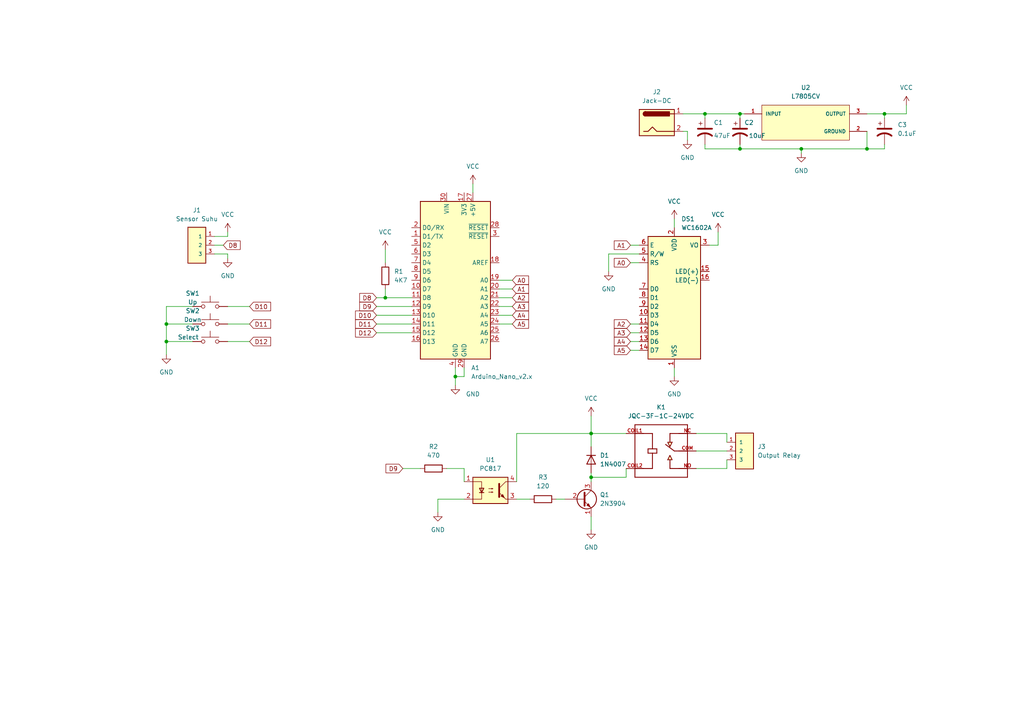
<source format=kicad_sch>
(kicad_sch (version 20211123) (generator eeschema)
  (paper "A4")
  (lib_symbols
    (symbol "282834-3:282834-3" (pin_names (offset 1.016))
      (property "Reference" "J" (at -2.794 5.588 0))
      (property "Value" "282834-3" (at -2.794 -6.604 0))
      (symbol "282834-3_0_0"
        (rectangle (start -2.6416 -5.207) (end 2.54 5.207) (stroke (width 0.254)) (fill (type background)))
        (pin passive line (at 5.08 2.54 180) (length 2.54) (name "1") (number "1"))
        (pin passive line (at 5.08 0 180) (length 2.54) (name "2") (number "2"))
        (pin passive line (at 5.08 -2.54 180) (length 2.54) (name "3") (number "3"))
      )
    )
    (symbol "Connector:Jack-DC" (pin_names (offset 1.016))
      (property "Reference" "J" (at 0 5.334 0))
      (property "Value" "Jack-DC" (at 0 -5.08 0))
      (symbol "Jack-DC_0_1"
        (rectangle (start -5.08 3.81) (end 5.08 -3.81) (stroke (width 0.254)) (fill (type background)))
        (arc (start -3.302 3.175) (mid -3.937 2.54) (end -3.302 1.905) (stroke (width 0.254)))
        (arc (start -3.302 3.175) (mid -3.937 2.54) (end -3.302 1.905) (stroke (width 0.254)) (fill (type outline)))
        (polyline (pts (xy 5.08 2.54) (xy 3.81 2.54)) (stroke (width 0.254)))
        (polyline (pts (xy -3.81 -2.54) (xy -2.54 -2.54) (xy -1.27 -1.27) (xy 0 -2.54) (xy 2.54 -2.54) (xy 5.08 -2.54)) (stroke (width 0.254)))
        (rectangle (start 3.683 3.175) (end -3.302 1.905) (stroke (width 0.254)) (fill (type outline)))
      )
      (symbol "Jack-DC_1_1"
        (pin passive line (at 7.62 2.54 180) (length 2.54) (name "~") (number "1"))
        (pin passive line (at 7.62 -2.54 180) (length 2.54) (name "~") (number "2"))
      )
    )
    (symbol "Device:C_Polarized_US" (pin_numbers hide) (pin_names (offset 0.254) hide)
      (property "Reference" "C" (at 0.635 2.54 0))
      (property "Value" "C_Polarized_US" (at 0.635 -2.54 0))
      (symbol "C_Polarized_US_0_1"
        (polyline (pts (xy -2.032 0.762) (xy 2.032 0.762)) (stroke (width 0.508)))
        (polyline (pts (xy -1.778 2.286) (xy -0.762 2.286)))
        (polyline (pts (xy -1.27 1.778) (xy -1.27 2.794)))
        (arc (start 2.032 -1.27) (mid 0 -0.5572) (end -2.032 -1.27) (stroke (width 0.508)))
      )
      (symbol "C_Polarized_US_1_1"
        (pin passive line (at 0 3.81 270) (length 2.794) (name "~") (number "1"))
        (pin passive line (at 0 -3.81 90) (length 3.302) (name "~") (number "2"))
      )
    )
    (symbol "Device:R" (pin_numbers hide) (pin_names (offset 0))
      (property "Reference" "R" (at 2.032 0 90))
      (property "Value" "R" (at 0 0 90))
      (symbol "R_0_1"
        (rectangle (start -1.016 -2.54) (end 1.016 2.54) (stroke (width 0.254)))
      )
      (symbol "R_1_1"
        (pin passive line (at 0 3.81 270) (length 1.27) (name "~") (number "1"))
        (pin passive line (at 0 -3.81 90) (length 1.27) (name "~") (number "2"))
      )
    )
    (symbol "Diode:1N4007" (pin_numbers hide) (pin_names (offset 1.016) hide)
      (property "Reference" "D" (at 0 2.54 0))
      (property "Value" "1N4007" (at 0 -2.54 0))
      (symbol "1N4007_0_1"
        (polyline (pts (xy -1.27 1.27) (xy -1.27 -1.27)) (stroke (width 0.254)))
        (polyline (pts (xy 1.27 0) (xy -1.27 0)))
        (polyline (pts (xy 1.27 1.27) (xy 1.27 -1.27) (xy -1.27 0) (xy 1.27 1.27)) (stroke (width 0.254)))
      )
      (symbol "1N4007_1_1"
        (pin passive line (at -3.81 0 0) (length 2.54) (name "K") (number "1"))
        (pin passive line (at 3.81 0 180) (length 2.54) (name "A") (number "2"))
      )
    )
    (symbol "Display_Character:WC1602A"
      (property "Reference" "DS" (at -5.842 19.05 0))
      (property "Value" "WC1602A" (at 5.334 19.05 0))
      (symbol "WC1602A_1_1"
        (rectangle (start -7.62 17.78) (end 7.62 -17.78) (stroke (width 0.254)) (fill (type background)))
        (pin power_in line (at 0 -20.32 90) (length 2.54) (name "VSS") (number "1"))
        (pin input line (at -10.16 -5.08 0) (length 2.54) (name "D3") (number "10"))
        (pin input line (at -10.16 -7.62 0) (length 2.54) (name "D4") (number "11"))
        (pin input line (at -10.16 -10.16 0) (length 2.54) (name "D5") (number "12"))
        (pin input line (at -10.16 -12.7 0) (length 2.54) (name "D6") (number "13"))
        (pin input line (at -10.16 -15.24 0) (length 2.54) (name "D7") (number "14"))
        (pin power_in line (at 10.16 7.62 180) (length 2.54) (name "LED(+)") (number "15"))
        (pin power_in line (at 10.16 5.08 180) (length 2.54) (name "LED(-)") (number "16"))
        (pin power_in line (at 0 20.32 270) (length 2.54) (name "VDD") (number "2"))
        (pin input line (at 10.16 15.24 180) (length 2.54) (name "VO") (number "3"))
        (pin input line (at -10.16 10.16 0) (length 2.54) (name "RS") (number "4"))
        (pin input line (at -10.16 12.7 0) (length 2.54) (name "R/W") (number "5"))
        (pin input line (at -10.16 15.24 0) (length 2.54) (name "E") (number "6"))
        (pin input line (at -10.16 2.54 0) (length 2.54) (name "D0") (number "7"))
        (pin input line (at -10.16 0 0) (length 2.54) (name "D1") (number "8"))
        (pin input line (at -10.16 -2.54 0) (length 2.54) (name "D2") (number "9"))
      )
    )
    (symbol "Isolator:PC817" (pin_names (offset 1.016))
      (property "Reference" "U" (at -5.08 5.08 0))
      (property "Value" "PC817" (at 0 5.08 0))
      (symbol "PC817_0_1"
        (rectangle (start -5.08 3.81) (end 5.08 -3.81) (stroke (width 0.254)) (fill (type background)))
        (polyline (pts (xy -3.175 -0.635) (xy -1.905 -0.635)) (stroke (width 0.254)))
        (polyline (pts (xy 2.54 0.635) (xy 4.445 2.54)))
        (polyline (pts (xy 4.445 -2.54) (xy 2.54 -0.635)) (fill (type outline)))
        (polyline (pts (xy 4.445 -2.54) (xy 5.08 -2.54)))
        (polyline (pts (xy 4.445 2.54) (xy 5.08 2.54)))
        (polyline (pts (xy -5.08 2.54) (xy -2.54 2.54) (xy -2.54 -0.635)))
        (polyline (pts (xy -2.54 -0.635) (xy -2.54 -2.54) (xy -5.08 -2.54)))
        (polyline (pts (xy 2.54 1.905) (xy 2.54 -1.905) (xy 2.54 -1.905)) (stroke (width 0.508)))
        (polyline (pts (xy -2.54 -0.635) (xy -3.175 0.635) (xy -1.905 0.635) (xy -2.54 -0.635)) (stroke (width 0.254)))
        (polyline (pts (xy -0.508 -0.508) (xy 0.762 -0.508) (xy 0.381 -0.635) (xy 0.381 -0.381) (xy 0.762 -0.508)))
        (polyline (pts (xy -0.508 0.508) (xy 0.762 0.508) (xy 0.381 0.381) (xy 0.381 0.635) (xy 0.762 0.508)))
        (polyline (pts (xy 3.048 -1.651) (xy 3.556 -1.143) (xy 4.064 -2.159) (xy 3.048 -1.651) (xy 3.048 -1.651)) (fill (type outline)))
      )
      (symbol "PC817_1_1"
        (pin passive line (at -7.62 2.54 0) (length 2.54) (name "~") (number "1"))
        (pin passive line (at -7.62 -2.54 0) (length 2.54) (name "~") (number "2"))
        (pin passive line (at 7.62 -2.54 180) (length 2.54) (name "~") (number "3"))
        (pin passive line (at 7.62 2.54 180) (length 2.54) (name "~") (number "4"))
      )
    )
    (symbol "JQC-3F-1C-24VDC:JQC-3F-1C-24VDC" (pin_names (offset 1.016) hide)
      (property "Reference" "K" (at -7.62 8.89 0))
      (property "Value" "JQC-3F-1C-24VDC" (at -7.62 -10.16 0))
      (symbol "JQC-3F-1C-24VDC_0_0"
        (polyline (pts (xy -7.62 -7.62) (xy 7.62 -7.62)) (stroke (width 0.254)))
        (polyline (pts (xy -7.62 -5.08) (xy -2.54 -5.08)) (stroke (width 0.254)))
        (polyline (pts (xy -7.62 5.08) (xy -2.54 5.08)) (stroke (width 0.254)))
        (polyline (pts (xy -7.62 7.62) (xy -7.62 -7.62)) (stroke (width 0.254)))
        (polyline (pts (xy -3.81 -0.635) (xy -3.81 0.635)) (stroke (width 0.254)))
        (polyline (pts (xy -3.81 0.635) (xy -2.54 0.635)) (stroke (width 0.254)))
        (polyline (pts (xy -2.54 -0.635) (xy -3.81 -0.635)) (stroke (width 0.254)))
        (polyline (pts (xy -2.54 -0.635) (xy -2.54 -5.08)) (stroke (width 0.254)))
        (polyline (pts (xy -2.54 0.635) (xy -1.27 0.635)) (stroke (width 0.254)))
        (polyline (pts (xy -2.54 5.08) (xy -2.54 0.635)) (stroke (width 0.254)))
        (polyline (pts (xy -1.27 -0.635) (xy -2.54 -0.635)) (stroke (width 0.254)))
        (polyline (pts (xy -1.27 0.635) (xy -1.27 -0.635)) (stroke (width 0.254)))
        (polyline (pts (xy 2.54 -5.08) (xy 2.54 -2.54)) (stroke (width 0.254)))
        (polyline (pts (xy 2.54 5.08) (xy 2.54 2.54)) (stroke (width 0.254)))
        (polyline (pts (xy 2.54 5.08) (xy 7.62 5.08)) (stroke (width 0.254)))
        (polyline (pts (xy 3.81 0) (xy 1.27 1.905)) (stroke (width 0.254)))
        (polyline (pts (xy 7.62 -7.62) (xy 7.62 5.08)) (stroke (width 0.254)))
        (polyline (pts (xy 7.62 -5.08) (xy 2.54 -5.08)) (stroke (width 0.254)))
        (polyline (pts (xy 7.62 0) (xy 3.81 0)) (stroke (width 0.254)))
        (polyline (pts (xy 7.62 5.08) (xy 7.62 7.62)) (stroke (width 0.254)))
        (polyline (pts (xy 7.62 7.62) (xy -7.62 7.62)) (stroke (width 0.254)))
        (polyline (pts (xy 1.905 -2.54) (xy 3.175 -2.54) (xy 2.54 -1.27) (xy 1.905 -2.54)) (stroke (width 0.254)) (fill (type background)))
        (polyline (pts (xy 3.175 2.54) (xy 1.905 2.54) (xy 2.54 1.27) (xy 3.175 2.54)) (stroke (width 0.254)) (fill (type background)))
        (pin passive line (at -10.16 5.08 0) (length 5.08) (name "~") (number "COIL1"))
        (pin passive line (at -10.16 -5.08 0) (length 5.08) (name "~") (number "COIL2"))
        (pin passive line (at 10.16 0 180) (length 5.08) (name "~") (number "COM"))
        (pin passive line (at 10.16 5.08 180) (length 5.08) (name "~") (number "NC"))
        (pin passive line (at 10.16 -5.08 180) (length 5.08) (name "~") (number "NO"))
      )
    )
    (symbol "L7805CV:L7805CV" (pin_names (offset 1.016))
      (property "Reference" "U" (at -12.7 5.842 0))
      (property "Value" "L7805CV" (at -12.7 -7.62 0))
      (symbol "L7805CV_0_0"
        (rectangle (start -12.7 -5.08) (end 12.7 5.08) (stroke (width 0.1524)) (fill (type background)))
        (pin input line (at -17.78 2.54 0) (length 5.08) (name "INPUT") (number "1"))
        (pin power_in line (at 17.78 -2.54 180) (length 5.08) (name "GROUND") (number "2"))
        (pin output line (at 17.78 2.54 180) (length 5.08) (name "OUTPUT") (number "3"))
      )
    )
    (symbol "MCU_Module:Arduino_Nano_v2.x"
      (property "Reference" "A" (at -10.16 23.495 0))
      (property "Value" "Arduino_Nano_v2.x" (at 5.08 -24.13 0))
      (symbol "Arduino_Nano_v2.x_0_1"
        (rectangle (start -10.16 22.86) (end 10.16 -22.86) (stroke (width 0.254)) (fill (type background)))
      )
      (symbol "Arduino_Nano_v2.x_1_1"
        (pin bidirectional line (at -12.7 12.7 0) (length 2.54) (name "D1/TX") (number "1"))
        (pin bidirectional line (at -12.7 -2.54 0) (length 2.54) (name "D7") (number "10"))
        (pin bidirectional line (at -12.7 -5.08 0) (length 2.54) (name "D8") (number "11"))
        (pin bidirectional line (at -12.7 -7.62 0) (length 2.54) (name "D9") (number "12"))
        (pin bidirectional line (at -12.7 -10.16 0) (length 2.54) (name "D10") (number "13"))
        (pin bidirectional line (at -12.7 -12.7 0) (length 2.54) (name "D11") (number "14"))
        (pin bidirectional line (at -12.7 -15.24 0) (length 2.54) (name "D12") (number "15"))
        (pin bidirectional line (at -12.7 -17.78 0) (length 2.54) (name "D13") (number "16"))
        (pin power_out line (at 2.54 25.4 270) (length 2.54) (name "3V3") (number "17"))
        (pin input line (at 12.7 5.08 180) (length 2.54) (name "AREF") (number "18"))
        (pin bidirectional line (at 12.7 0 180) (length 2.54) (name "A0") (number "19"))
        (pin bidirectional line (at -12.7 15.24 0) (length 2.54) (name "D0/RX") (number "2"))
        (pin bidirectional line (at 12.7 -2.54 180) (length 2.54) (name "A1") (number "20"))
        (pin bidirectional line (at 12.7 -5.08 180) (length 2.54) (name "A2") (number "21"))
        (pin bidirectional line (at 12.7 -7.62 180) (length 2.54) (name "A3") (number "22"))
        (pin bidirectional line (at 12.7 -10.16 180) (length 2.54) (name "A4") (number "23"))
        (pin bidirectional line (at 12.7 -12.7 180) (length 2.54) (name "A5") (number "24"))
        (pin bidirectional line (at 12.7 -15.24 180) (length 2.54) (name "A6") (number "25"))
        (pin bidirectional line (at 12.7 -17.78 180) (length 2.54) (name "A7") (number "26"))
        (pin power_out line (at 5.08 25.4 270) (length 2.54) (name "+5V") (number "27"))
        (pin input line (at 12.7 15.24 180) (length 2.54) (name "~{RESET}") (number "28"))
        (pin power_in line (at 2.54 -25.4 90) (length 2.54) (name "GND") (number "29"))
        (pin input line (at 12.7 12.7 180) (length 2.54) (name "~{RESET}") (number "3"))
        (pin power_in line (at -2.54 25.4 270) (length 2.54) (name "VIN") (number "30"))
        (pin power_in line (at 0 -25.4 90) (length 2.54) (name "GND") (number "4"))
        (pin bidirectional line (at -12.7 10.16 0) (length 2.54) (name "D2") (number "5"))
        (pin bidirectional line (at -12.7 7.62 0) (length 2.54) (name "D3") (number "6"))
        (pin bidirectional line (at -12.7 5.08 0) (length 2.54) (name "D4") (number "7"))
        (pin bidirectional line (at -12.7 2.54 0) (length 2.54) (name "D5") (number "8"))
        (pin bidirectional line (at -12.7 0 0) (length 2.54) (name "D6") (number "9"))
      )
    )
    (symbol "Switch:SW_Push" (pin_numbers hide) (pin_names (offset 1.016) hide)
      (property "Reference" "SW" (at 1.27 2.54 0))
      (property "Value" "SW_Push" (at 0 -1.524 0))
      (symbol "SW_Push_0_1"
        (circle (center -2.032 0) (radius 0.508))
        (polyline (pts (xy 0 1.27) (xy 0 3.048)))
        (polyline (pts (xy 2.54 1.27) (xy -2.54 1.27)))
        (circle (center 2.032 0) (radius 0.508))
        (pin passive line (at -5.08 0 0) (length 2.54) (name "1") (number "1"))
        (pin passive line (at 5.08 0 180) (length 2.54) (name "2") (number "2"))
      )
    )
    (symbol "Transistor_BJT:2N3904" (pin_names (offset 0) hide)
      (property "Reference" "Q" (at 5.08 1.905 0))
      (property "Value" "2N3904" (at 5.08 0 0))
      (symbol "2N3904_0_1"
        (polyline (pts (xy 0.635 0.635) (xy 2.54 2.54)))
        (polyline (pts (xy 0.635 -0.635) (xy 2.54 -2.54) (xy 2.54 -2.54)))
        (polyline (pts (xy 0.635 1.905) (xy 0.635 -1.905) (xy 0.635 -1.905)) (stroke (width 0.508)))
        (polyline (pts (xy 1.27 -1.778) (xy 1.778 -1.27) (xy 2.286 -2.286) (xy 1.27 -1.778) (xy 1.27 -1.778)) (fill (type outline)))
        (circle (center 1.27 0) (radius 2.8194) (stroke (width 0.254)))
      )
      (symbol "2N3904_1_1"
        (pin passive line (at 2.54 -5.08 90) (length 2.54) (name "E") (number "1"))
        (pin passive line (at -5.08 0 0) (length 5.715) (name "B") (number "2"))
        (pin passive line (at 2.54 5.08 270) (length 2.54) (name "C") (number "3"))
      )
    )
    (symbol "power:GND" (power) (pin_names (offset 0))
      (property "Value" "GND" (at 0 -3.81 0))
      (symbol "GND_0_1"
        (polyline (pts (xy 0 0) (xy 0 -1.27) (xy 1.27 -1.27) (xy 0 -2.54) (xy -1.27 -1.27) (xy 0 -1.27)))
      )
      (symbol "GND_1_1"
        (pin power_in line (at 0 0 270) (length 0) hide (name "GND") (number "1"))
      )
    )
    (symbol "power:VCC" (power) (pin_names (offset 0))
      (property "Value" "VCC" (at 0 3.81 0))
      (symbol "VCC_0_1"
        (polyline (pts (xy -0.762 1.27) (xy 0 2.54)))
        (polyline (pts (xy 0 0) (xy 0 2.54)))
        (polyline (pts (xy 0 2.54) (xy 0.762 1.27)))
      )
      (symbol "VCC_1_1"
        (pin power_in line (at 0 0 90) (length 0) hide (name "VCC") (number "1"))
      )
    )
  )
  (junction (at 214.63 33.02))
  (junction (at 204.47 33.02))
  (junction (at 171.45 138.43))
  (junction (at 171.45 125.73))
  (junction (at 111.76 86.36))
  (junction (at 232.41 43.18))
  (junction (at 214.63 43.18))
  (junction (at 251.46 43.18))
  (junction (at 132.08 109.22))
  (junction (at 256.54 33.02))
  (junction (at 48.26 99.06))
  (junction (at 48.26 93.98))
  (wire (pts (xy 109.22 96.52) (xy 119.38 96.52)))
  (wire (pts (xy 205.74 71.12) (xy 208.28 71.12)))
  (wire (pts (xy 182.88 99.06) (xy 185.42 99.06)))
  (wire (pts (xy 181.61 125.73) (xy 171.45 125.73)))
  (wire (pts (xy 109.22 91.44) (xy 119.38 91.44)))
  (wire (pts (xy 214.63 43.18) (xy 232.41 43.18)))
  (wire (pts (xy 204.47 41.91) (xy 204.47 43.18)))
  (wire (pts (xy 129.54 135.89) (xy 134.62 135.89)))
  (wire (pts (xy 144.78 91.44) (xy 148.59 91.44)))
  (wire (pts (xy 111.76 83.82) (xy 111.76 86.36)))
  (wire (pts (xy 109.22 86.36) (xy 111.76 86.36)))
  (wire (pts (xy 171.45 125.73) (xy 171.45 129.54)))
  (wire (pts (xy 195.58 63.5) (xy 195.58 66.04)))
  (wire (pts (xy 182.88 96.52) (xy 185.42 96.52)))
  (wire (pts (xy 55.88 88.9) (xy 48.26 88.9)))
  (wire (pts (xy 134.62 135.89) (xy 134.62 139.7)))
  (wire (pts (xy 144.78 83.82) (xy 148.59 83.82)))
  (wire (pts (xy 62.23 73.66) (xy 66.04 73.66)))
  (wire (pts (xy 66.04 73.66) (xy 66.04 74.93)))
  (wire (pts (xy 132.08 106.68) (xy 132.08 109.22)))
  (wire (pts (xy 251.46 43.18) (xy 232.41 43.18)))
  (wire (pts (xy 214.63 33.02) (xy 214.63 34.29)))
  (wire (pts (xy 134.62 109.22) (xy 132.08 109.22)))
  (wire (pts (xy 171.45 137.16) (xy 171.45 138.43)))
  (wire (pts (xy 176.53 73.66) (xy 176.53 78.74)))
  (wire (pts (xy 182.88 76.2) (xy 185.42 76.2)))
  (wire (pts (xy 137.16 53.34) (xy 137.16 55.88)))
  (wire (pts (xy 62.23 71.12) (xy 64.77 71.12)))
  (wire (pts (xy 66.04 93.98) (xy 72.39 93.98)))
  (wire (pts (xy 144.78 88.9) (xy 148.59 88.9)))
  (wire (pts (xy 262.89 33.02) (xy 262.89 30.48)))
  (wire (pts (xy 66.04 99.06) (xy 72.39 99.06)))
  (wire (pts (xy 182.88 101.6) (xy 185.42 101.6)))
  (wire (pts (xy 66.04 88.9) (xy 72.39 88.9)))
  (wire (pts (xy 149.86 139.7) (xy 149.86 125.73)))
  (wire (pts (xy 134.62 106.68) (xy 134.62 109.22)))
  (wire (pts (xy 161.29 144.78) (xy 163.83 144.78)))
  (wire (pts (xy 132.08 109.22) (xy 132.08 111.76)))
  (wire (pts (xy 198.12 33.02) (xy 204.47 33.02)))
  (wire (pts (xy 48.26 93.98) (xy 48.26 99.06)))
  (wire (pts (xy 256.54 43.18) (xy 251.46 43.18)))
  (wire (pts (xy 210.82 135.89) (xy 210.82 133.35)))
  (wire (pts (xy 214.63 41.91) (xy 214.63 43.18)))
  (wire (pts (xy 199.39 38.1) (xy 199.39 40.64)))
  (wire (pts (xy 171.45 149.86) (xy 171.45 153.67)))
  (wire (pts (xy 48.26 88.9) (xy 48.26 93.98)))
  (wire (pts (xy 182.88 93.98) (xy 185.42 93.98)))
  (wire (pts (xy 214.63 33.02) (xy 215.9 33.02)))
  (wire (pts (xy 48.26 93.98) (xy 55.88 93.98)))
  (wire (pts (xy 185.42 73.66) (xy 176.53 73.66)))
  (wire (pts (xy 171.45 138.43) (xy 171.45 139.7)))
  (wire (pts (xy 201.93 130.81) (xy 210.82 130.81)))
  (wire (pts (xy 111.76 72.39) (xy 111.76 76.2)))
  (wire (pts (xy 256.54 41.91) (xy 256.54 43.18)))
  (wire (pts (xy 251.46 38.1) (xy 251.46 43.18)))
  (wire (pts (xy 232.41 43.18) (xy 232.41 44.45)))
  (wire (pts (xy 127 144.78) (xy 127 148.59)))
  (wire (pts (xy 198.12 38.1) (xy 199.39 38.1)))
  (wire (pts (xy 66.04 68.58) (xy 66.04 67.31)))
  (wire (pts (xy 149.86 125.73) (xy 171.45 125.73)))
  (wire (pts (xy 171.45 138.43) (xy 181.61 138.43)))
  (wire (pts (xy 134.62 144.78) (xy 127 144.78)))
  (wire (pts (xy 256.54 33.02) (xy 256.54 34.29)))
  (wire (pts (xy 62.23 68.58) (xy 66.04 68.58)))
  (wire (pts (xy 109.22 88.9) (xy 119.38 88.9)))
  (wire (pts (xy 149.86 144.78) (xy 153.67 144.78)))
  (wire (pts (xy 182.88 71.12) (xy 185.42 71.12)))
  (wire (pts (xy 109.22 93.98) (xy 119.38 93.98)))
  (wire (pts (xy 201.93 125.73) (xy 210.82 125.73)))
  (wire (pts (xy 144.78 86.36) (xy 148.59 86.36)))
  (wire (pts (xy 171.45 120.65) (xy 171.45 125.73)))
  (wire (pts (xy 204.47 33.02) (xy 204.47 34.29)))
  (wire (pts (xy 144.78 93.98) (xy 148.59 93.98)))
  (wire (pts (xy 208.28 71.12) (xy 208.28 67.31)))
  (wire (pts (xy 204.47 33.02) (xy 214.63 33.02)))
  (wire (pts (xy 144.78 81.28) (xy 148.59 81.28)))
  (wire (pts (xy 111.76 86.36) (xy 119.38 86.36)))
  (wire (pts (xy 251.46 33.02) (xy 256.54 33.02)))
  (wire (pts (xy 181.61 135.89) (xy 181.61 138.43)))
  (wire (pts (xy 204.47 43.18) (xy 214.63 43.18)))
  (wire (pts (xy 210.82 125.73) (xy 210.82 128.27)))
  (wire (pts (xy 116.84 135.89) (xy 121.92 135.89)))
  (wire (pts (xy 195.58 106.68) (xy 195.58 109.22)))
  (wire (pts (xy 48.26 99.06) (xy 55.88 99.06)))
  (wire (pts (xy 256.54 33.02) (xy 262.89 33.02)))
  (wire (pts (xy 48.26 99.06) (xy 48.26 102.87)))
  (wire (pts (xy 201.93 135.89) (xy 210.82 135.89)))
  (global_label "D8" (shape input) (at 109.22 86.36 180) (property "Intersheet References" "${INTERSHEET_REFS}" (effects hide)))
  (global_label "D9" (shape input) (at 116.84 135.89 180) (property "Intersheet References" "${INTERSHEET_REFS}" (effects hide)))
  (global_label "D9" (shape input) (at 109.22 88.9 180) (property "Intersheet References" "${INTERSHEET_REFS}" (effects hide)))
  (global_label "D12" (shape input) (at 72.39 99.06 0) (property "Intersheet References" "${INTERSHEET_REFS}" (effects hide)))
  (global_label "D10" (shape input) (at 72.39 88.9 0) (property "Intersheet References" "${INTERSHEET_REFS}" (effects hide)))
  (global_label "A3" (shape input) (at 182.88 96.52 180) (property "Intersheet References" "${INTERSHEET_REFS}" (effects hide)))
  (global_label "D10" (shape input) (at 109.22 91.44 180) (property "Intersheet References" "${INTERSHEET_REFS}" (effects hide)))
  (global_label "A2" (shape input) (at 182.88 93.98 180) (property "Intersheet References" "${INTERSHEET_REFS}" (effects hide)))
  (global_label "A4" (shape input) (at 148.59 91.44 0) (property "Intersheet References" "${INTERSHEET_REFS}" (effects hide)))
  (global_label "D11" (shape input) (at 72.39 93.98 0) (property "Intersheet References" "${INTERSHEET_REFS}" (effects hide)))
  (global_label "D8" (shape input) (at 64.77 71.12 0) (property "Intersheet References" "${INTERSHEET_REFS}" (effects hide)))
  (global_label "A0" (shape input) (at 182.88 76.2 180) (property "Intersheet References" "${INTERSHEET_REFS}" (effects hide)))
  (global_label "A2" (shape input) (at 148.59 86.36 0) (property "Intersheet References" "${INTERSHEET_REFS}" (effects hide)))
  (global_label "A1" (shape input) (at 182.88 71.12 180) (property "Intersheet References" "${INTERSHEET_REFS}" (effects hide)))
  (global_label "A3" (shape input) (at 148.59 88.9 0) (property "Intersheet References" "${INTERSHEET_REFS}" (effects hide)))
  (global_label "A1" (shape input) (at 148.59 83.82 0) (property "Intersheet References" "${INTERSHEET_REFS}" (effects hide)))
  (global_label "A5" (shape input) (at 148.59 93.98 0) (property "Intersheet References" "${INTERSHEET_REFS}" (effects hide)))
  (global_label "D12" (shape input) (at 109.22 96.52 180) (property "Intersheet References" "${INTERSHEET_REFS}" (effects hide)))
  (global_label "A4" (shape input) (at 182.88 99.06 180) (property "Intersheet References" "${INTERSHEET_REFS}" (effects hide)))
  (global_label "A5" (shape input) (at 182.88 101.6 180) (property "Intersheet References" "${INTERSHEET_REFS}" (effects hide)))
  (global_label "D11" (shape input) (at 109.22 93.98 180) (property "Intersheet References" "${INTERSHEET_REFS}" (effects hide)))
  (global_label "A0" (shape input) (at 148.59 81.28 0) (property "Intersheet References" "${INTERSHEET_REFS}" (effects hide)))
  (symbol (lib_id "Device:C_Polarized_US") (at 214.63 38.1 0) (unit 1)
    (property "Reference" "C2" (at 215.9 35.56 0) (effects (justify left)))
    (property "Value" "10uF" (at 217.17 39.37 0) (effects (justify left)))
    (property "Footprint" "Capacitor_THT:CP_Radial_D5.0mm_P2.50mm" (effects hide))
  )
  (symbol (lib_id "power:GND") (at 48.26 102.87 0) (unit 1)
    (property "Reference" "#PWR0105" (effects hide))
    (property "Value" "GND" (at 48.26 107.95 0))
  )
  (symbol (lib_id "power:VCC") (at 137.16 53.34 0) (unit 1)
    (property "Reference" "#PWR0102" (effects hide))
    (property "Value" "VCC" (at 137.16 48.26 0))
  )
  (symbol (lib_id "power:GND") (at 66.04 74.93 0) (unit 1)
    (property "Reference" "#PWR0106" (effects hide))
    (property "Value" "GND" (at 66.04 80.01 0))
  )
  (symbol (lib_id "power:GND") (at 232.41 44.45 0) (unit 1)
    (property "Reference" "#PWR0114" (effects hide))
    (property "Value" "GND" (at 232.41 49.53 0))
  )
  (symbol (lib_id "Switch:SW_Push") (at 60.96 93.98 0) (unit 1)
    (property "Reference" "SW2" (at 55.88 90.17 0))
    (property "Value" "Down" (at 55.88 92.71 0))
    (property "Footprint" "Button_Switch_THT:SW_PUSH_6mm" (effects hide))
  )
  (symbol (lib_id "power:GND") (at 199.39 40.64 0) (unit 1)
    (property "Reference" "#PWR0116" (effects hide))
    (property "Value" "GND" (at 199.39 45.72 0))
  )
  (symbol (lib_id "Device:C_Polarized_US") (at 204.47 38.1 0) (unit 1)
    (property "Reference" "C1" (at 207.01 35.56 0) (effects (justify left)))
    (property "Value" "47uF" (at 207.01 39.37 0) (effects (justify left)))
    (property "Footprint" "Capacitor_THT:CP_Radial_D5.0mm_P2.50mm" (effects hide))
  )
  (symbol (lib_id "Device:R") (at 125.73 135.89 270) (unit 1)
    (property "Reference" "R2" (at 125.73 129.54 90))
    (property "Value" "470" (at 125.73 132.08 90))
    (property "Footprint" "Resistor_THT:R_Axial_DIN0204_L3.6mm_D1.6mm_P7.62mm_Horizontal" (effects hide))
  )
  (symbol (lib_id "L7805CV:L7805CV") (at 233.68 35.56 0) (unit 1)
    (property "Reference" "U2" (at 233.68 25.4 0))
    (property "Value" "L7805CV" (at 233.68 27.94 0))
    (property "Footprint" "L7805CV:TO255P1040X460X1968-3" (effects hide))
    (property "STANDARD" "IPC-7351B" (effects hide))
    (property "PARTREV" "36" (effects hide))
    (property "MANUFACTURER" "STMicroelectronics" (effects hide))
  )
  (symbol (lib_id "power:VCC") (at 171.45 120.65 0) (unit 1)
    (property "Reference" "#PWR0111" (effects hide))
    (property "Value" "VCC" (at 171.45 115.57 0))
  )
  (symbol (lib_id "power:VCC") (at 111.76 72.39 0) (unit 1)
    (property "Reference" "#PWR0104" (effects hide))
    (property "Value" "VCC" (at 111.76 67.31 0))
  )
  (symbol (lib_id "282834-3:282834-3") (at 57.15 71.12 0) (unit 1)
    (property "Reference" "J1" (at 57.0992 60.96 0))
    (property "Value" "Sensor Suhu" (at 57.0992 63.5 0))
    (property "Footprint" "282834-3:TE_282834-3" (effects hide))
    (property "Comment" "282834-3" (effects hide))
    (property "EU_RoHS_Compliance" "Compliant with Exemptions" (effects hide))
  )
  (symbol (lib_id "Device:C_Polarized_US") (at 256.54 38.1 0) (unit 1)
    (property "Reference" "C3" (at 260.35 36.1949 0) (effects (justify left)))
    (property "Value" "0.1uF" (at 260.35 38.7349 0) (effects (justify left)))
    (property "Footprint" "Capacitor_THT:CP_Radial_D5.0mm_P2.50mm" (effects hide))
  )
  (symbol (lib_id "Switch:SW_Push") (at 60.96 99.06 0) (unit 1)
    (property "Reference" "SW3" (at 55.88 95.25 0))
    (property "Value" "Select" (at 54.61 97.79 0))
    (property "Footprint" "Button_Switch_THT:SW_PUSH_6mm" (effects hide))
  )
  (symbol (lib_id "power:GND") (at 132.08 111.76 0) (unit 1)
    (property "Reference" "#PWR0103" (effects hide))
    (property "Value" "GND" (at 137.16 114.3 0))
  )
  (symbol (lib_id "Transistor_BJT:2N3904") (at 168.91 144.78 0) (unit 1)
    (property "Reference" "Q1" (at 173.99 143.5099 0) (effects (justify left)))
    (property "Value" "2N3904" (at 173.99 146.0499 0) (effects (justify left)))
    (property "Footprint" "Package_TO_SOT_THT:TO-92_Wide" (effects hide))
    (property "Datasheet" "https://www.onsemi.com/pub/Collateral/2N3903-D.PDF" (effects hide))
  )
  (symbol (lib_id "Device:R") (at 111.76 80.01 0) (unit 1)
    (property "Reference" "R1" (at 114.3 78.7399 0) (effects (justify left)))
    (property "Value" "4K7" (at 114.3 81.2799 0) (effects (justify left)))
    (property "Footprint" "Resistor_THT:R_Axial_DIN0204_L3.6mm_D1.6mm_P7.62mm_Horizontal" (effects hide))
  )
  (symbol (lib_id "Diode:1N4007") (at 171.45 133.35 270) (unit 1)
    (property "Reference" "D1" (at 173.99 132.0799 90) (effects (justify left)))
    (property "Value" "1N4007" (at 173.99 134.6199 90) (effects (justify left)))
    (property "Footprint" "Diode_THT:D_DO-41_SOD81_P10.16mm_Horizontal" (effects hide))
    (property "Datasheet" "http://www.vishay.com/docs/88503/1n4001.pdf" (effects hide))
  )
  (symbol (lib_id "power:GND") (at 171.45 153.67 0) (unit 1)
    (property "Reference" "#PWR0112" (effects hide))
    (property "Value" "GND" (at 171.45 158.75 0))
  )
  (symbol (lib_id "power:VCC") (at 208.28 67.31 0) (unit 1)
    (property "Reference" "#PWR0109" (effects hide))
    (property "Value" "VCC" (at 208.28 62.23 0))
  )
  (symbol (lib_id "MCU_Module:Arduino_Nano_v2.x") (at 132.08 81.28 0) (unit 1)
    (property "Reference" "A1" (at 136.6394 106.68 0) (effects (justify left)))
    (property "Value" "Arduino_Nano_v2.x" (at 136.6394 109.22 0) (effects (justify left)))
    (property "Footprint" "Module:Arduino_Nano" (effects hide))
    (property "Datasheet" "https://www.arduino.cc/en/uploads/Main/ArduinoNanoManual23.pdf" (effects hide))
  )
  (symbol (lib_id "Isolator:PC817") (at 142.24 142.24 0) (unit 1)
    (property "Reference" "U1" (at 142.24 133.35 0))
    (property "Value" "PC817" (at 142.24 135.89 0))
    (property "Footprint" "Package_DIP:DIP-4_W7.62mm" (effects hide))
    (property "Datasheet" "http://www.soselectronic.cz/a_info/resource/d/pc817.pdf" (effects hide))
  )
  (symbol (lib_id "power:VCC") (at 262.89 30.48 0) (unit 1)
    (property "Reference" "#PWR0113" (effects hide))
    (property "Value" "VCC" (at 262.89 25.4 0))
  )
  (symbol (lib_id "power:GND") (at 127 148.59 0) (unit 1)
    (property "Reference" "#PWR0101" (effects hide))
    (property "Value" "GND" (at 127 153.67 0))
  )
  (symbol (lib_id "282834-3:282834-3") (at 215.9 130.81 0) (mirror y) (unit 1)
    (property "Reference" "J3" (at 219.71 129.5399 0) (effects (justify right)))
    (property "Value" "Output Relay" (at 219.71 132.0799 0) (effects (justify right)))
    (property "Footprint" "282834-3:TE_282834-3" (effects hide))
    (property "Comment" "282834-3" (effects hide))
    (property "EU_RoHS_Compliance" "Compliant with Exemptions" (effects hide))
  )
  (symbol (lib_id "power:GND") (at 195.58 109.22 0) (unit 1)
    (property "Reference" "#PWR0110" (effects hide))
    (property "Value" "GND" (at 195.58 114.3 0))
  )
  (symbol (lib_id "power:VCC") (at 66.04 67.31 0) (unit 1)
    (property "Reference" "#PWR0107" (effects hide))
    (property "Value" "VCC" (at 66.04 62.23 0))
  )
  (symbol (lib_id "power:GND") (at 176.53 78.74 0) (unit 1)
    (property "Reference" "#PWR0108" (effects hide))
    (property "Value" "GND" (at 176.53 83.82 0))
  )
  (symbol (lib_id "Connector:Jack-DC") (at 190.5 35.56 0) (unit 1)
    (property "Reference" "J2" (at 190.5 26.67 0))
    (property "Value" "Jack-DC" (at 190.5 29.21 0))
    (property "Footprint" "Connector_BarrelJack:BarrelJack_Horizontal" (effects hide))
  )
  (symbol (lib_id "Device:R") (at 157.48 144.78 270) (unit 1)
    (property "Reference" "R3" (at 157.48 138.43 90))
    (property "Value" "120" (at 157.48 140.97 90))
    (property "Footprint" "Resistor_THT:R_Axial_DIN0204_L3.6mm_D1.6mm_P7.62mm_Horizontal" (effects hide))
  )
  (symbol (lib_id "Switch:SW_Push") (at 60.96 88.9 0) (unit 1)
    (property "Reference" "SW1" (at 55.88 85.09 0))
    (property "Value" "Up" (at 55.88 87.63 0))
    (property "Footprint" "Button_Switch_THT:SW_PUSH_6mm" (effects hide))
  )
  (symbol (lib_id "power:VCC") (at 195.58 63.5 0) (unit 1)
    (property "Reference" "#PWR0115" (effects hide))
    (property "Value" "VCC" (at 195.58 58.42 0))
  )
  (symbol (lib_id "Display_Character:WC1602A") (at 195.58 86.36 0) (unit 1)
    (property "Reference" "DS1" (at 197.5994 63.5 0) (effects (justify left)))
    (property "Value" "WC1602A" (at 197.5994 66.04 0) (effects (justify left)))
    (property "Footprint" "Display:WC1602A" (effects hide))
    (property "Datasheet" "http://www.wincomlcd.com/pdf/WC1602A-SFYLYHTC06.pdf" (effects hide))
  )
  (symbol (lib_id "JQC-3F-1C-24VDC:JQC-3F-1C-24VDC") (at 191.77 130.81 0) (unit 1)
    (property "Reference" "K1" (at 191.77 118.11 0))
    (property "Value" "JQC-3F-1C-24VDC" (at 191.77 120.65 0))
    (property "Footprint" "JQC-3F-1C-24VDC:RELAY_JQC-3F-1C-24VDC" (effects hide))
    (property "PARTREV" "N/A" (effects hide))
    (property "STANDARD" "Manufacturer Recommendations" (effects hide))
    (property "MAXIMUM_PACKAGE_HEIGHT" "15.5 mm" (effects hide))
    (property "MANUFACTURER" "YUEQING HENGWEI ELECTRONICS CO.,LTD." (effects hide))
  )
)
</source>
